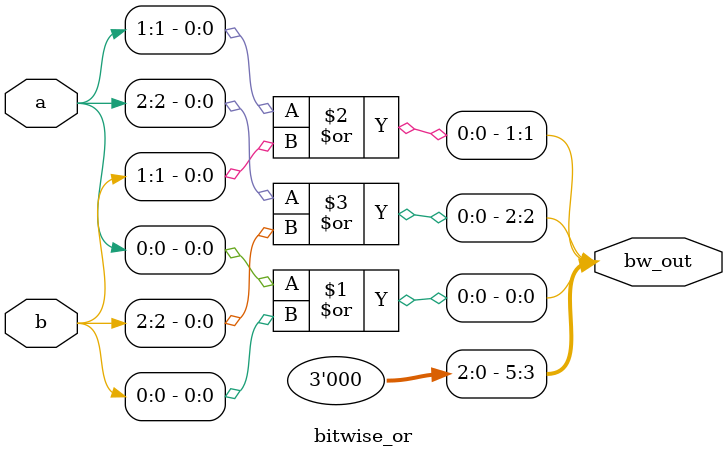
<source format=v>

module bitwise_or(
   input [2:0]a,
   input [2:0]b,
   output [5:0]bw_out //bitwise OR out
);

   or or_one(bw_out[0],a[0],b[0]);
   or or_two(bw_out[1],a[1],b[1]);
   or or_three(bw_out[2],a[2],b[2]);

   assign bw_out[5:3] = 3'b000;

endmodule

</source>
